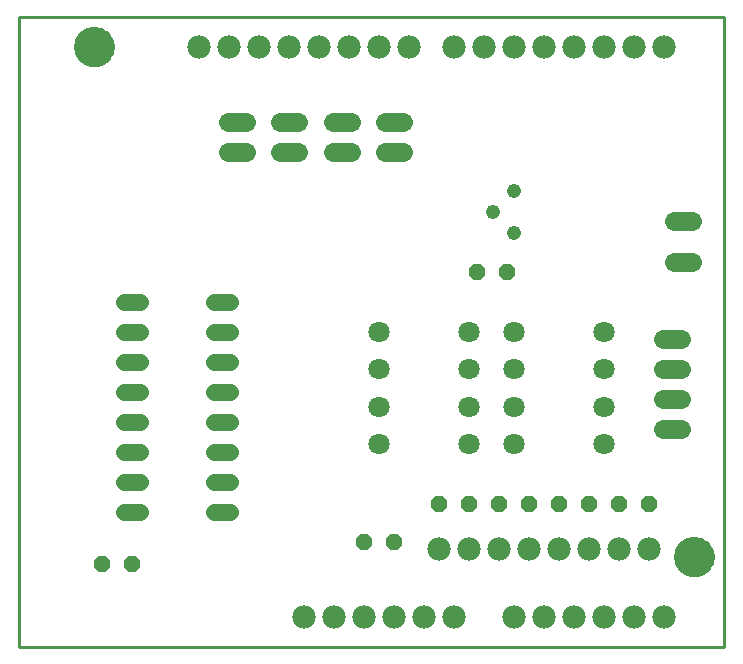
<source format=gbs>
G75*
G70*
%OFA0B0*%
%FSLAX24Y24*%
%IPPOS*%
%LPD*%
%AMOC8*
5,1,8,0,0,1.08239X$1,22.5*
%
%ADD10C,0.0100*%
%ADD11C,0.0709*%
%ADD12C,0.0560*%
%ADD13C,0.0640*%
%ADD14C,0.0476*%
%ADD15OC8,0.0560*%
%ADD16C,0.0780*%
%ADD17C,0.0000*%
%ADD18C,0.1340*%
%ADD19C,0.0634*%
D10*
X006259Y000161D02*
X006259Y021157D01*
X029754Y021157D01*
X029754Y000161D01*
X006259Y000161D01*
D11*
X018259Y006911D03*
X018259Y008161D03*
X018259Y009411D03*
X018259Y010661D03*
X021259Y010661D03*
X022759Y010661D03*
X022759Y009411D03*
X021259Y009411D03*
X021259Y008161D03*
X022759Y008161D03*
X022759Y006911D03*
X021259Y006911D03*
X025759Y006911D03*
X025759Y008161D03*
X025759Y009411D03*
X025759Y010661D03*
D12*
X013269Y010661D02*
X012749Y010661D01*
X012749Y011661D02*
X013269Y011661D01*
X013269Y009661D02*
X012749Y009661D01*
X012749Y008661D02*
X013269Y008661D01*
X013269Y007661D02*
X012749Y007661D01*
X012749Y006661D02*
X013269Y006661D01*
X013269Y005661D02*
X012749Y005661D01*
X012749Y004661D02*
X013269Y004661D01*
X010269Y004661D02*
X009749Y004661D01*
X009749Y005661D02*
X010269Y005661D01*
X010269Y006661D02*
X009749Y006661D01*
X009749Y007661D02*
X010269Y007661D01*
X010269Y008661D02*
X009749Y008661D01*
X009749Y009661D02*
X010269Y009661D01*
X010269Y010661D02*
X009749Y010661D01*
X009749Y011661D02*
X010269Y011661D01*
D13*
X013209Y016661D02*
X013809Y016661D01*
X014959Y016661D02*
X015559Y016661D01*
X016709Y016661D02*
X017309Y016661D01*
X018459Y016661D02*
X019059Y016661D01*
X019059Y017661D02*
X018459Y017661D01*
X017309Y017661D02*
X016709Y017661D01*
X015559Y017661D02*
X014959Y017661D01*
X013809Y017661D02*
X013209Y017661D01*
X027709Y010411D02*
X028309Y010411D01*
X028309Y009411D02*
X027709Y009411D01*
X027709Y008411D02*
X028309Y008411D01*
X028309Y007411D02*
X027709Y007411D01*
D14*
X022759Y013961D03*
X022049Y014661D03*
X022759Y015361D03*
D15*
X022509Y012661D03*
X021509Y012661D03*
X021259Y004911D03*
X022259Y004911D03*
X023259Y004911D03*
X024259Y004911D03*
X025259Y004911D03*
X026259Y004911D03*
X027259Y004911D03*
X020259Y004911D03*
X018759Y003661D03*
X017759Y003661D03*
X010009Y002911D03*
X009009Y002911D03*
D16*
X015759Y001161D03*
X016759Y001161D03*
X017759Y001161D03*
X018759Y001161D03*
X019759Y001161D03*
X020759Y001161D03*
X022759Y001161D03*
X023759Y001161D03*
X024759Y001161D03*
X025759Y001161D03*
X026759Y001161D03*
X027759Y001161D03*
X027259Y003411D03*
X026259Y003411D03*
X025259Y003411D03*
X024259Y003411D03*
X023259Y003411D03*
X022259Y003411D03*
X021259Y003411D03*
X020259Y003411D03*
X020759Y020161D03*
X021759Y020161D03*
X022759Y020161D03*
X023759Y020161D03*
X024759Y020161D03*
X025759Y020161D03*
X026759Y020161D03*
X027759Y020161D03*
X019259Y020161D03*
X018259Y020161D03*
X017259Y020161D03*
X016259Y020161D03*
X015259Y020161D03*
X014259Y020161D03*
X013259Y020161D03*
X012259Y020161D03*
D17*
X008109Y020161D02*
X008111Y020211D01*
X008117Y020261D01*
X008127Y020311D01*
X008140Y020359D01*
X008157Y020407D01*
X008178Y020453D01*
X008202Y020497D01*
X008230Y020539D01*
X008261Y020579D01*
X008295Y020616D01*
X008332Y020651D01*
X008371Y020682D01*
X008412Y020711D01*
X008456Y020736D01*
X008502Y020758D01*
X008549Y020776D01*
X008597Y020790D01*
X008646Y020801D01*
X008696Y020808D01*
X008746Y020811D01*
X008797Y020810D01*
X008847Y020805D01*
X008897Y020796D01*
X008945Y020784D01*
X008993Y020767D01*
X009039Y020747D01*
X009084Y020724D01*
X009127Y020697D01*
X009167Y020667D01*
X009205Y020634D01*
X009240Y020598D01*
X009273Y020559D01*
X009302Y020518D01*
X009328Y020475D01*
X009351Y020430D01*
X009370Y020383D01*
X009385Y020335D01*
X009397Y020286D01*
X009405Y020236D01*
X009409Y020186D01*
X009409Y020136D01*
X009405Y020086D01*
X009397Y020036D01*
X009385Y019987D01*
X009370Y019939D01*
X009351Y019892D01*
X009328Y019847D01*
X009302Y019804D01*
X009273Y019763D01*
X009240Y019724D01*
X009205Y019688D01*
X009167Y019655D01*
X009127Y019625D01*
X009084Y019598D01*
X009039Y019575D01*
X008993Y019555D01*
X008945Y019538D01*
X008897Y019526D01*
X008847Y019517D01*
X008797Y019512D01*
X008746Y019511D01*
X008696Y019514D01*
X008646Y019521D01*
X008597Y019532D01*
X008549Y019546D01*
X008502Y019564D01*
X008456Y019586D01*
X008412Y019611D01*
X008371Y019640D01*
X008332Y019671D01*
X008295Y019706D01*
X008261Y019743D01*
X008230Y019783D01*
X008202Y019825D01*
X008178Y019869D01*
X008157Y019915D01*
X008140Y019963D01*
X008127Y020011D01*
X008117Y020061D01*
X008111Y020111D01*
X008109Y020161D01*
X028109Y003161D02*
X028111Y003211D01*
X028117Y003261D01*
X028127Y003311D01*
X028140Y003359D01*
X028157Y003407D01*
X028178Y003453D01*
X028202Y003497D01*
X028230Y003539D01*
X028261Y003579D01*
X028295Y003616D01*
X028332Y003651D01*
X028371Y003682D01*
X028412Y003711D01*
X028456Y003736D01*
X028502Y003758D01*
X028549Y003776D01*
X028597Y003790D01*
X028646Y003801D01*
X028696Y003808D01*
X028746Y003811D01*
X028797Y003810D01*
X028847Y003805D01*
X028897Y003796D01*
X028945Y003784D01*
X028993Y003767D01*
X029039Y003747D01*
X029084Y003724D01*
X029127Y003697D01*
X029167Y003667D01*
X029205Y003634D01*
X029240Y003598D01*
X029273Y003559D01*
X029302Y003518D01*
X029328Y003475D01*
X029351Y003430D01*
X029370Y003383D01*
X029385Y003335D01*
X029397Y003286D01*
X029405Y003236D01*
X029409Y003186D01*
X029409Y003136D01*
X029405Y003086D01*
X029397Y003036D01*
X029385Y002987D01*
X029370Y002939D01*
X029351Y002892D01*
X029328Y002847D01*
X029302Y002804D01*
X029273Y002763D01*
X029240Y002724D01*
X029205Y002688D01*
X029167Y002655D01*
X029127Y002625D01*
X029084Y002598D01*
X029039Y002575D01*
X028993Y002555D01*
X028945Y002538D01*
X028897Y002526D01*
X028847Y002517D01*
X028797Y002512D01*
X028746Y002511D01*
X028696Y002514D01*
X028646Y002521D01*
X028597Y002532D01*
X028549Y002546D01*
X028502Y002564D01*
X028456Y002586D01*
X028412Y002611D01*
X028371Y002640D01*
X028332Y002671D01*
X028295Y002706D01*
X028261Y002743D01*
X028230Y002783D01*
X028202Y002825D01*
X028178Y002869D01*
X028157Y002915D01*
X028140Y002963D01*
X028127Y003011D01*
X028117Y003061D01*
X028111Y003111D01*
X028109Y003161D01*
D18*
X028759Y003161D03*
X008759Y020161D03*
D19*
X028087Y014350D02*
X028681Y014350D01*
X028681Y012972D02*
X028087Y012972D01*
M02*

</source>
